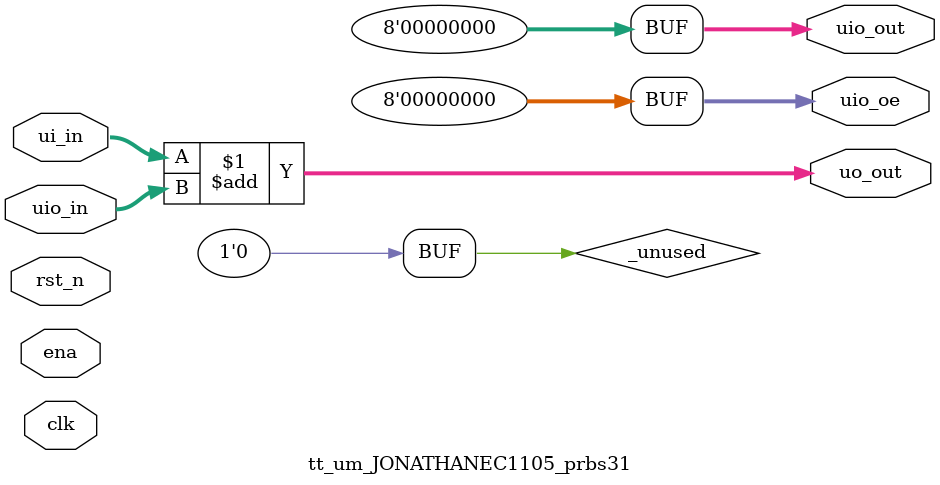
<source format=v>
/*
 * Copyright (c) 2024 Your Name
 * SPDX-License-Identifier: Apache-2.0
 */

`default_nettype none

module tt_um_JONATHANEC1105_prbs31 (
    input  wire [7:0] ui_in,    // Dedicated inputs
    output wire [7:0] uo_out,   // Dedicated outputs
    input  wire [7:0] uio_in,   // IOs: Input path
    output wire [7:0] uio_out,  // IOs: Output path
    output wire [7:0] uio_oe,   // IOs: Enable path (active high: 0=input, 1=output)
    input  wire       ena,      // always 1 when the design is powered, so you can ignore it
    input  wire       clk,      // clock
    input  wire       rst_n     // reset_n - low to reset
);

  // All output pins must be assigned. If not used, assign to 0.
  assign uo_out  = ui_in + uio_in;  // Example: ou_out is the sum of ui_in and uio_in
  assign uio_out = 0;
  assign uio_oe  = 0;

  // List all unused inputs to prevent warnings
  wire _unused = &{ena, clk, rst_n, 1'b0};

endmodule

</source>
